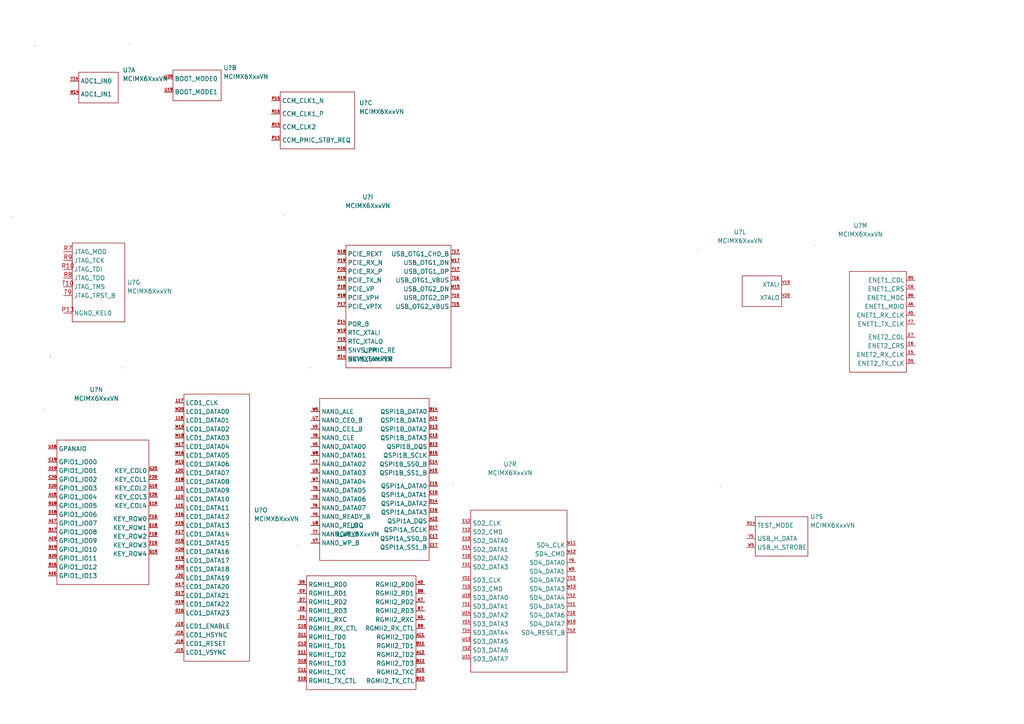
<source format=kicad_sch>
(kicad_sch (version 20211123) (generator eeschema)
  (paper "A4")
  (lib_symbols
    (symbol "zbop:MCIMX6XxxVN"
      (property "Reference" "U" (at 0 0 0))
      (property "Value" "MCIMX6XxxVN" (at 0 0 0))
      (symbol "MCIMX6XxxVN_0_1"
        (rectangle (start -17.78 6.35) (end -17.78 6.35))
        (arc (start -17.78 6.35) (mid -17.78 6.35) (end -17.78 6.35))
        (polyline (pts (xy -17.78 6.35) (xy -17.78 6.35)))
        (polyline (pts (xy -17.78 6.35) (xy -17.78 6.35)))
      )
      (symbol "MCIMX6XxxVN_1_1"
        (rectangle (start -5.08 -10.16) (end 6.35 -1.27))
        (pin input line (at -7.62 -7.62 0) (length 2.54) (name "ADC1_IN1") (number "W14"))
        (pin input line (at -7.62 -3.81 0) (length 2.54) (name "ADC1_IN0") (number "Y14"))
      )
      (symbol "MCIMX6XxxVN_2_1"
        (rectangle (start -5.08 -10.16) (end 8.89 -1.27))
        (pin input line (at -7.62 -7.62 0) (length 2.54) (name "BOOT_MODE1") (number "U19"))
        (pin input line (at -7.62 -3.81 0) (length 2.54) (name "BOOT_MODE0") (number "U20"))
      )
      (symbol "MCIMX6XxxVN_3_1"
        (rectangle (start -5.08 -17.78) (end 16.51 -1.27))
        (pin input line (at -7.62 -15.24 0) (length 2.54) (name "CCM_PMIC_STBY_REQ") (number "P15"))
        (pin input line (at -7.62 -3.81 0) (length 2.54) (name "CCM_CLK1_N") (number "P16"))
        (pin input line (at -7.62 -11.43 0) (length 2.54) (name "CCM_CLK2") (number "R15"))
        (pin input line (at -7.62 -7.62 0) (length 2.54) (name "CCM_CLK1_P") (number "R16"))
      )
      (symbol "MCIMX6XxxVN_4_1"
        (rectangle (start -5.08 -8.89) (end -5.08 -8.89))
        (rectangle (start -5.08 -8.89) (end -5.08 -8.89))
        (rectangle (start -5.08 -8.89) (end -5.08 -8.89))
        (rectangle (start 0 -1.27) (end 19.05 -41.91))
        (pin input line (at -2.54 -21.59 0) (length 2.54) (name "DRAM_ADDR07") (number "F4"))
        (pin input line (at -2.54 -16.51 0) (length 2.54) (name "DRAM_ADDR05") (number "G4"))
        (pin input line (at -2.54 -11.43 0) (length 2.54) (name "DRAM_ADDR03") (number "G5"))
        (pin input line (at -2.54 -8.89 0) (length 2.54) (name "DRAM_ADDR02") (number "K5"))
        (pin input line (at -2.54 -3.81 0) (length 2.54) (name "DRAM_ADDR00") (number "L4"))
        (pin input line (at -2.54 -26.67 0) (length 2.54) (name "DRAM_ADDR09") (number "L5"))
        (pin input line (at -2.54 -13.97 0) (length 2.54) (name "DRAM_ADDR04") (number "M3"))
        (pin input line (at -2.54 -36.83 0) (length 2.54) (name "DRAM_ADDR13") (number "M4"))
        (pin input line (at -2.54 -24.13 0) (length 2.54) (name "DRAM_ADDR08") (number "M5"))
        (pin input line (at -2.54 -31.75 0) (length 2.54) (name "DRAM_ADDR11") (number "N4"))
        (pin input line (at -2.54 -29.21 0) (length 2.54) (name "DRAM_ADDR10") (number "N5"))
        (pin input line (at -2.54 -34.29 0) (length 2.54) (name "DRAM_ADDR12") (number "P4"))
        (pin input line (at -2.54 -39.37 0) (length 2.54) (name "DRAM_ADDR14") (number "R4"))
        (pin input line (at -2.54 -19.05 0) (length 2.54) (name "DRAM_ADDR06") (number "T4"))
        (pin input line (at -2.54 -6.35 0) (length 2.54) (name "DRAM_ADDR01") (number "U4"))
      )
      (symbol "MCIMX6XxxVN_5_1"
        (rectangle (start 0 -2.54) (end 34.29 -46.99))
        (pin input line (at 36.83 -26.67 180) (length 2.54) (name "DRAM_DATA24") (number "A2"))
        (pin input line (at 36.83 -44.45 180) (length 2.54) (name "DRAM_DATA31") (number "A4"))
        (pin input line (at 36.83 -39.37 180) (length 2.54) (name "DRAM_DATA29") (number "B3"))
        (pin input line (at 36.83 -41.91 180) (length 2.54) (name "DRAM_DATA30") (number "B4"))
        (pin input line (at 36.83 -31.75 180) (length 2.54) (name "DRAM_DATA26") (number "C1"))
        (pin input line (at 36.83 -36.83 180) (length 2.54) (name "DRAM_DATA28") (number "C2"))
        (pin input line (at 36.83 -29.21 180) (length 2.54) (name "DRAM_DATA25") (number "D1"))
        (pin input line (at 36.83 -34.29 180) (length 2.54) (name "DRAM_DATA27") (number "D2"))
        (pin input line (at -2.54 -44.45 0) (length 2.54) (name "DRAM_DATA15") (number "E1"))
        (pin input line (at -2.54 -41.91 0) (length 2.54) (name "DRAM_DATA14") (number "E2"))
        (pin input line (at -2.54 -39.37 0) (length 2.54) (name "DRAM_DATA13") (number "F1"))
        (pin input line (at -2.54 -29.21 0) (length 2.54) (name "DRAM_DATA09") (number "F2"))
        (pin input line (at -2.54 -26.67 0) (length 2.54) (name "DRAM_DATA08") (number "H1"))
        (pin input line (at -2.54 -36.83 0) (length 2.54) (name "DRAM_DATA12") (number "J1"))
        (pin input line (at -2.54 -34.29 0) (length 2.54) (name "DRAM_DATA11") (number "J2"))
        (pin input line (at -2.54 -31.75 0) (length 2.54) (name "DRAM_DATA10") (number "K2"))
        (pin input line (at -2.54 -20.32 0) (length 2.54) (name "DRAM_DATA06") (number "L2"))
        (pin input line (at -2.54 -15.24 0) (length 2.54) (name "DRAM_DATA04") (number "M1"))
        (pin input line (at -2.54 -17.78 0) (length 2.54) (name "DRAM_DATA05") (number "M2"))
        (pin input line (at -2.54 -22.86 0) (length 2.54) (name "DRAM_DATA07") (number "N1"))
        (pin input line (at -2.54 -5.08 0) (length 2.54) (name "DRAM_DATA00") (number "R1"))
        (pin input line (at -2.54 -12.7 0) (length 2.54) (name "DRAM_DATA03") (number "R2"))
        (pin input line (at -2.54 -10.16 0) (length 2.54) (name "DRAM_DATA02") (number "T1"))
        (pin input line (at -2.54 -7.62 0) (length 2.54) (name "DRAM_DATA01") (number "T2"))
        (pin input line (at 36.83 -20.32 180) (length 2.54) (name "DRAM_DATA22") (number "U1"))
        (pin input line (at 36.83 -12.7 180) (length 2.54) (name "DRAM_DATA19") (number "U2"))
        (pin input line (at 36.83 -5.08 180) (length 2.54) (name "DRAM_DATA16") (number "V1"))
        (pin input line (at 36.83 -22.86 180) (length 2.54) (name "DRAM_DATA23") (number "V2"))
        (pin input line (at 36.83 -15.24 180) (length 2.54) (name "DRAM_DATA20") (number "W3"))
        (pin input line (at 36.83 -7.62 180) (length 2.54) (name "DRAM_DATA17") (number "W4"))
        (pin input line (at 36.83 -17.78 180) (length 2.54) (name "DRAM_DATA21") (number "Y2"))
        (pin input line (at 36.83 -10.16 180) (length 2.54) (name "DRAM_DATA18") (number "Y4"))
      )
      (symbol "MCIMX6XxxVN_6_1"
        (rectangle (start 0 -2.54) (end 38.1 -52.07))
        (polyline (pts (xy 39.37 -54.61) (xy 39.37 -54.61)))
        (pin input line (at -2.54 -21.59 0) (length 2.54) (name "DRAM_DQM3") (number "A3"))
        (pin input line (at 40.64 -33.02 180) (length 2.54) (name "DRAM_SDQS3_P") (number "B1"))
        (pin input line (at 40.64 -30.48 180) (length 2.54) (name "DRAM_SDQS3_N") (number "B2"))
        (pin input line (at 40.64 -46.99 180) (length 2.54) (name "DRAM_ZQPAD") (number "C5"))
        (pin input line (at -2.54 -10.16 0) (length 2.54) (name "DRAM_CS1_B") (number "D3"))
        (pin input line (at -2.54 -33.02 0) (length 2.54) (name "DRAM_RESET") (number "D4"))
        (pin input line (at -2.54 -48.26 0) (length 2.54) (name "DRAM_SDCKE1") (number "E4"))
        (pin input line (at 40.64 -20.32 180) (length 2.54) (name "DRAM_SDQS1_P") (number "G1"))
        (pin input line (at -2.54 -16.51 0) (length 2.54) (name "DRAM_DQM1") (number "G2"))
        (pin input line (at -2.54 -36.83 0) (length 2.54) (name "DRAM_SDBA0") (number "G3"))
        (pin input line (at 40.64 -17.78 180) (length 2.54) (name "DRAM_SDQS1_N") (number "H2"))
        (pin input line (at -2.54 -7.62 0) (length 2.54) (name "DRAM_CS0_B") (number "H4"))
        (pin input line (at -2.54 -29.21 0) (length 2.54) (name "DRAM_RAS_B") (number "H5"))
        (pin input line (at 40.64 -43.18 180) (length 2.54) (name "DRAM_VREF") (number "J3"))
        (pin input line (at -2.54 -5.08 0) (length 2.54) (name "DRAM_CAS_B") (number "J4"))
        (pin input line (at 40.64 -39.37 180) (length 2.54) (name "DRAM_SDWE_B") (number "J5"))
        (pin input line (at 40.64 -7.62 180) (length 2.54) (name "DRAM_SDCLK0_P") (number "K1"))
        (pin input line (at -2.54 -41.91 0) (length 2.54) (name "DRAM_SDBA2") (number "K4"))
        (pin input line (at 40.64 -5.08 180) (length 2.54) (name "DRAM_SDCLK0_N") (number "L1"))
        (pin input line (at -2.54 -13.97 0) (length 2.54) (name "DRAM_DQM0") (number "N2"))
        (pin input line (at 40.64 -13.97 180) (length 2.54) (name "DRAM_SDQS0_P") (number "P1"))
        (pin input line (at 40.64 -11.43 180) (length 2.54) (name "DRAM_SDQS0_N") (number "P2"))
        (pin input line (at -2.54 -39.37 0) (length 2.54) (name "DRAM_SDBA1") (number "P3"))
        (pin input line (at -2.54 -45.72 0) (length 2.54) (name "DRAM_SDCKE0") (number "P5"))
        (pin input line (at -2.54 -25.4 0) (length 2.54) (name "DRAM_ODT0") (number "U3"))
        (pin input line (at 40.64 -24.13 180) (length 2.54) (name "DRAM_SDQS2_N") (number "W1"))
        (pin input line (at 40.64 -26.67 180) (length 2.54) (name "DRAM_SDQS2_P") (number "W2"))
        (pin input line (at -2.54 -19.05 0) (length 2.54) (name "DRAM_DQM2") (number "Y3"))
      )
      (symbol "MCIMX6XxxVN_7_1"
        (rectangle (start -6.35 -34.29) (end -6.35 -34.29))
        (rectangle (start -6.35 -34.29) (end -6.35 -34.29))
        (rectangle (start -6.35 -34.29) (end -6.35 -34.29))
        (rectangle (start -6.35 -34.29) (end -6.35 -34.29))
        (rectangle (start 0 -1.27) (end 15.24 -24.13))
        (pin input line (at -2.54 -21.59 0) (length 2.54) (name "NGND_KEL0") (number "P13"))
        (pin input line (at -2.54 -8.89 0) (length 2.54) (name "JTAG_TDI") (number "R10"))
        (pin input line (at -2.54 -3.81 0) (length 2.54) (name "JTAG_MOD") (number "R7"))
        (pin input line (at -2.54 -11.43 0) (length 2.54) (name "JTAG_TDO") (number "R8"))
        (pin input line (at -2.54 -6.35 0) (length 2.54) (name "JTAG_TCK") (number "R9"))
        (pin input line (at -2.54 -13.97 0) (length 2.54) (name "JTAG_TMS") (number "T10"))
        (pin input line (at -2.54 -16.51 0) (length 2.54) (name "JTAG_TRST_B") (number "T9"))
      )
      (symbol "MCIMX6XxxVN_8_1"
        (rectangle (start -2.54 -55.88) (end -2.54 -55.88))
        (rectangle (start 0 -1.27) (end 31.75 -41.91))
        (pin input line (at 34.29 -34.29 180) (length 2.54) (name "NVCC_SD2") (number "F13"))
        (pin input line (at 34.29 -26.67 180) (length 2.54) (name "NVCC_QSPI") (number "F14"))
        (pin input line (at 34.29 -6.35 180) (length 2.54) (name "NVCC_GPIO") (number "F15"))
        (pin input line (at 34.29 -3.81 180) (length 2.54) (name "NVCC_ENET") (number "F6"))
        (pin input line (at 34.29 -29.21 180) (length 2.54) (name "NVCC_RGMII1") (number "F8"))
        (pin input line (at 34.29 -31.75 180) (length 2.54) (name "NVCC_RGMII2") (number "F9"))
        (pin input line (at 34.29 -13.97 180) (length 2.54) (name "NVCC_KEY") (number "G15"))
        (pin input line (at -2.54 -3.81 0) (length 2.54) (name "NVCC_DRAM0") (number "G6"))
        (pin input line (at 34.29 -16.51 180) (length 2.54) (name "NVCC_LCD1") (number "H15"))
        (pin input line (at -2.54 -6.35 0) (length 2.54) (name "NVCC_DRAM1") (number "H6"))
        (pin input line (at -2.54 -8.89 0) (length 2.54) (name "NVCC_DRAM2") (number "J6"))
        (pin input line (at -2.54 -11.43 0) (length 2.54) (name "NVCC_DRAM3") (number "K6"))
        (pin input line (at -2.54 -24.13 0) (length 2.54) (name "NVCC_DRAM_2P5") (number "K7"))
        (pin input line (at -2.54 -13.97 0) (length 2.54) (name "NVCC_DRAM4") (number "L6"))
        (pin input line (at -2.54 -16.51 0) (length 2.54) (name "NVCC_DRAM5") (number "M6"))
        (pin input line (at -2.54 -33.02 0) (length 2.54) (name "ONOFF") (number "N15"))
        (pin input line (at -2.54 -19.05 0) (length 2.54) (name "NVCC_DRAM6") (number "N6"))
        (pin input line (at -2.54 -21.59 0) (length 2.54) (name "NVCC_DRAM7") (number "P6"))
        (pin input line (at 34.29 -11.43 180) (length 2.54) (name "NVCC_JTAG") (number "R11"))
        (pin input line (at 34.29 -8.89 180) (length 2.54) (name "NVCC_HIGH") (number "R12"))
        (pin input line (at 34.29 -21.59 180) (length 2.54) (name "NVCC_NAND") (number "R6"))
        (pin input line (at 34.29 -36.83 180) (length 2.54) (name "NVCC_SD4") (number "V10"))
        (pin input line (at 34.29 -19.05 180) (length 2.54) (name "NVCC_LOW") (number "V13"))
        (pin input line (at 34.29 -39.37 180) (length 2.54) (name "NVCC_USB_H") (number "V5"))
        (pin input line (at 34.29 -24.13 180) (length 2.54) (name "NVCC_PLL") (number "W20"))
      )
      (symbol "MCIMX6XxxVN_9_1"
        (rectangle (start 0 -13.97) (end 0 -13.97))
        (rectangle (start 0 -2.54) (end 30.48 -38.1))
        (pin input line (at -2.54 -33.02 0) (length 2.54) (name "SNVS_PMIC_RE") (number "N16"))
        (pin input line (at -2.54 -5.08 0) (length 2.54) (name "PCIE_REXT") (number "N18"))
        (pin input line (at -2.54 -25.4 0) (length 2.54) (name "POR_B") (number "P14"))
        (pin input line (at -2.54 -20.32 0) (length 2.54) (name "PCIE_VPTX") (number "P17"))
        (pin input line (at -2.54 -15.24 0) (length 2.54) (name "PCIE_VP") (number "P18"))
        (pin input line (at -2.54 -7.62 0) (length 2.54) (name "PCIE_RX_N") (number "P19"))
        (pin input line (at -2.54 -10.16 0) (length 2.54) (name "PCIE_RX_P") (number "P20"))
        (pin input line (at -2.54 -35.56 0) (length 2.54) (name "SNVS_TAMPER") (number "R14"))
        (pin input line (at -2.54 -17.78 0) (length 2.54) (name "PCIE_VPH") (number "R18"))
        (pin input line (at -2.54 -12.7 0) (length 2.54) (name "PCIE_TX_N") (number "R19"))
        (pin input line (at 33.02 -20.32 180) (length 2.54) (name "USB_OTG2_VBUS") (number "T15"))
        (pin input line (at 33.02 -12.7 180) (length 2.54) (name "USB_OTG1_VBUS") (number "T16"))
        (pin input line (at 33.02 -5.08 180) (length 2.54) (name "USB_OTG1_CHD_B") (number "T17"))
        (pin input line (at 33.02 -15.24 180) (length 2.54) (name "USB_OTG2_DN") (number "W15"))
        (pin input line (at 33.02 -7.62 180) (length 2.54) (name "USB_OTG1_DN") (number "W17"))
        (pin input line (at -2.54 -27.94 0) (length 2.54) (name "RTC_XTALI") (number "W19"))
        (pin input line (at 33.02 -17.78 180) (length 2.54) (name "USB_OTG2_DP") (number "Y15"))
        (pin input line (at 33.02 -10.16 180) (length 2.54) (name "USB_OTG1_DP") (number "Y17"))
        (pin input line (at -2.54 -30.48 0) (length 2.54) (name "RTC_XTALO") (number "Y19"))
      )
      (symbol "MCIMX6XxxVN_10_1"
        (polyline (pts (xy -1.27 -121.92) (xy -1.27 -121.92)))
        (polyline (pts (xy -1.27 -121.92) (xy -1.27 -121.92)))
        (rectangle (start 2.54 -1.27) (end 38.1 -66.04))
        (pin input line (at 0 -6.35 0) (length 2.54) (name "VDD_ARM_CAP0") (number "C16"))
        (pin input line (at 40.64 -38.1 180) (length 2.54) (name "VDD_SOC_IN0") (number "C7"))
        (pin input line (at 40.64 -40.64 180) (length 2.54) (name "VDD_SOC_IN1") (number "C8"))
        (pin input line (at 0 -8.89 0) (length 2.54) (name "VDD_ARM_CAP1") (number "D16"))
        (pin input line (at 0 -11.43 0) (length 2.54) (name "VDD_ARM_CAP2") (number "H10"))
        (pin input line (at 0 -13.97 0) (length 2.54) (name "VDD_ARM_CAP3") (number "H11"))
        (pin input line (at 0 -16.51 0) (length 2.54) (name "VDD_ARM_CAP4") (number "H12"))
        (pin input line (at 0 -19.05 0) (length 2.54) (name "VDD_ARM_CAP5") (number "H13"))
        (pin input line (at 0 -30.48 0) (length 2.54) (name "VDD_ARM_IN0") (number "H18"))
        (pin input line (at 40.64 -3.81 180) (length 2.54) (name "VDD_SOC_CAP0") (number "H8"))
        (pin input line (at 40.64 -6.35 180) (length 2.54) (name "VDD_SOC_CAP1") (number "H9"))
        (pin input line (at 0 -33.02 0) (length 2.54) (name "VDD_ARM_IN1") (number "J10"))
        (pin input line (at 0 -35.56 0) (length 2.54) (name "VDD_ARM_IN2") (number "J11"))
        (pin input line (at 0 -38.1 0) (length 2.54) (name "VDD_ARM_IN3") (number "J12"))
        (pin input line (at 0 -21.59 0) (length 2.54) (name "VDD_ARM_CAP6") (number "J13"))
        (pin input line (at 40.64 -8.89 180) (length 2.54) (name "VDD_SOC_CAP2") (number "J8"))
        (pin input line (at 40.64 -43.18 180) (length 2.54) (name "VDD_SOC_IN2") (number "J9"))
        (pin input line (at 0 -40.64 0) (length 2.54) (name "VDD_ARM_IN4") (number "K12"))
        (pin input line (at 0 -24.13 0) (length 2.54) (name "VDD_ARM_CAP7") (number "K13"))
        (pin input line (at 40.64 -11.43 180) (length 2.54) (name "VDD_SOC_CAP3") (number "K8"))
        (pin input line (at 40.64 -45.72 180) (length 2.54) (name "VDD_SOC_IN3") (number "K9"))
        (pin input line (at 0 -43.18 0) (length 2.54) (name "VDD_ARM_IN5") (number "L12"))
        (pin input line (at 0 -26.67 0) (length 2.54) (name "VDD_ARM_CAP8") (number "L13"))
        (pin input line (at 40.64 -13.97 180) (length 2.54) (name "VDD_SOC_CAP4") (number "L8"))
        (pin input line (at 40.64 -48.26 180) (length 2.54) (name "VDD_SOC_IN4") (number "L9"))
        (pin input line (at 40.64 -53.34 180) (length 2.54) (name "VDD_SOC_IN6") (number "M10"))
        (pin input line (at 40.64 -55.88 180) (length 2.54) (name "VDD_SOC_IN7") (number "M11"))
        (pin input line (at 40.64 -58.42 180) (length 2.54) (name "VDD_SOC_IN8") (number "M12"))
        (pin input line (at 40.64 -19.05 180) (length 2.54) (name "VDD_SOC_CAP6") (number "M13"))
        (pin input line (at 40.64 -16.51 180) (length 2.54) (name "VDD_SOC_CAP5") (number "M8"))
        (pin input line (at 40.64 -50.8 180) (length 2.54) (name "VDD_SOC_IN5") (number "M9"))
        (pin input line (at 40.64 -26.67 180) (length 2.54) (name "VDD_SOC_CAP9") (number "N10"))
        (pin input line (at 40.64 -29.21 180) (length 2.54) (name "VDD_SOC_CAP10") (number "N11"))
        (pin input line (at 40.64 -31.75 180) (length 2.54) (name "VDD_SOC_CAP11") (number "N12"))
        (pin input line (at 40.64 -21.59 180) (length 2.54) (name "VDD_SOC_CAP7") (number "N8"))
        (pin input line (at 40.64 -24.13 180) (length 2.54) (name "VDD_SOC_CAP8") (number "N9"))
        (pin input line (at 0 -3.81 0) (length 2.54) (name "VDDA_ADC_3P3") (number "R13"))
        (pin input line (at 0 -63.5 0) (length 2.54) (name "VDD_SNVS_IN") (number "T18"))
        (pin input line (at 0 -53.34 0) (length 2.54) (name "VDD_HIGH_IN0") (number "U17"))
        (pin input line (at 0 -55.88 0) (length 2.54) (name "VDD_HIGH_IN1") (number "U18"))
        (pin input line (at 40.64 -62.23 180) (length 2.54) (name "VDD_USB_CAP") (number "V15"))
        (pin input line (at 0 -60.96 0) (length 2.54) (name "VDD_SNVS_CAP") (number "V16"))
        (pin input line (at 0 -46.99 0) (length 2.54) (name "VDD_HIGH_CAP0") (number "V17"))
        (pin input line (at 0 -49.53 0) (length 2.54) (name "VDD_HIGH_CAP1") (number "V18"))
        (pin input line (at 40.64 -34.29 180) (length 2.54) (name "VDD_SOC_CAP12") (number "V8"))
      )
      (symbol "MCIMX6XxxVN_11_1"
        (rectangle (start 19.05 0) (end 2.54 -88.9))
        (pin input line (at 0 -2.54 0) (length 2.54) (name "VSS0") (number "A1"))
        (pin input line (at 0 -5.08 0) (length 2.54) (name "VSS1") (number "A20"))
        (pin input line (at 0 -12.7 0) (length 2.54) (name "VSS4") (number "C18"))
        (pin input line (at 0 -7.62 0) (length 2.54) (name "VSS2") (number "C3"))
        (pin input line (at 0 -10.16 0) (length 2.54) (name "VSS3") (number "C4"))
        (pin input line (at 0 -20.32 0) (length 2.54) (name "VSS7") (number "D12"))
        (pin input line (at 0 -22.86 0) (length 2.54) (name "VSS8") (number "D15"))
        (pin input line (at 0 -15.24 0) (length 2.54) (name "VSS5") (number "D6"))
        (pin input line (at 0 -17.78 0) (length 2.54) (name "VSS6") (number "D9"))
        (pin input line (at 0 -25.4 0) (length 2.54) (name "VSS9") (number "E3"))
        (pin input line (at 0 -33.02 0) (length 2.54) (name "VSS12") (number "F17"))
        (pin input line (at 0 -27.94 0) (length 2.54) (name "VSS10") (number "F3"))
        (pin input line (at 0 -30.48 0) (length 2.54) (name "VSS11") (number "F5"))
        (pin input line (at 0 -43.18 0) (length 2.54) (name "VSS16") (number "G10"))
        (pin input line (at 0 -45.72 0) (length 2.54) (name "VSS17") (number "G11"))
        (pin input line (at 0 -48.26 0) (length 2.54) (name "VSS18") (number "G12"))
        (pin input line (at 0 -50.8 0) (length 2.54) (name "VSS19") (number "G13"))
        (pin input line (at 0 -53.34 0) (length 2.54) (name "VSS20") (number "G14"))
        (pin input line (at 0 -35.56 0) (length 2.54) (name "VSS13") (number "G7"))
        (pin input line (at 0 -38.1 0) (length 2.54) (name "VSS14") (number "G8"))
        (pin input line (at 0 -40.64 0) (length 2.54) (name "VSS15") (number "G9"))
        (pin input line (at 0 -60.96 0) (length 2.54) (name "VSS23") (number "H14"))
        (pin input line (at 0 -55.88 0) (length 2.54) (name "VSS21") (number "H3"))
        (pin input line (at 0 -58.42 0) (length 2.54) (name "VSS22") (number "H7"))
        (pin input line (at 0 -66.04 0) (length 2.54) (name "VSS25") (number "J14"))
        (pin input line (at 0 -68.58 0) (length 2.54) (name "VSS26") (number "J17"))
        (pin input line (at 0 -63.5 0) (length 2.54) (name "VSS24") (number "J7"))
        (pin input line (at 0 -73.66 0) (length 2.54) (name "VSS28") (number "K10"))
        (pin input line (at 0 -76.2 0) (length 2.54) (name "VSS29") (number "K11"))
        (pin input line (at 0 -78.74 0) (length 2.54) (name "VSS30") (number "K14"))
        (pin input line (at 0 -71.12 0) (length 2.54) (name "VSS27") (number "K3"))
        (pin input line (at 0 -86.36 0) (length 2.54) (name "VSS33") (number "L10"))
        (pin input line (at 21.59 -2.54 180) (length 2.54) (name "VSS34") (number "L11"))
        (pin input line (at 21.59 -5.08 180) (length 2.54) (name "VSS35") (number "L14"))
        (pin input line (at 0 -81.28 0) (length 2.54) (name "VSS31") (number "L3"))
        (pin input line (at 0 -83.82 0) (length 2.54) (name "VSS32") (number "L7"))
        (pin input line (at 21.59 -10.16 180) (length 2.54) (name "VSS37") (number "M14"))
        (pin input line (at 21.59 -12.7 180) (length 2.54) (name "VSS38") (number "M17"))
        (pin input line (at 21.59 -7.62 180) (length 2.54) (name "VSS36") (number "M7"))
        (pin input line (at 21.59 -20.32 180) (length 2.54) (name "VSS41") (number "N13"))
        (pin input line (at 21.59 -45.72 180) (length 2.54) (name "VSS51") (number "N19"))
        (pin input line (at 21.59 -48.26 180) (length 2.54) (name "VSS52") (number "N20"))
        (pin input line (at 21.59 -15.24 180) (length 2.54) (name "VSS39") (number "N3"))
        (pin input line (at 21.59 -17.78 180) (length 2.54) (name "VSS40") (number "N7"))
        (pin input line (at 21.59 -30.48 180) (length 2.54) (name "VSS45") (number "P10"))
        (pin input line (at 21.59 -33.02 180) (length 2.54) (name "VSS46") (number "P11"))
        (pin input line (at 21.59 -35.56 180) (length 2.54) (name "VSS47") (number "P12"))
        (pin input line (at 21.59 -22.86 180) (length 2.54) (name "VSS42") (number "P7"))
        (pin input line (at 21.59 -25.4 180) (length 2.54) (name "VSS43") (number "P8"))
        (pin input line (at 21.59 -27.94 180) (length 2.54) (name "VSS44") (number "P9"))
        (pin input line (at 21.59 -43.18 180) (length 2.54) (name "VSS50") (number "R17"))
        (pin input line (at 21.59 -38.1 180) (length 2.54) (name "VSS48") (number "R3"))
        (pin input line (at 21.59 -40.64 180) (length 2.54) (name "VSS49") (number "R5"))
        (pin input line (at 21.59 -63.5 180) (length 2.54) (name "VSS58") (number "T19"))
        (pin input line (at 21.59 -66.04 180) (length 2.54) (name "VSS59") (number "T20"))
        (pin input line (at 21.59 -50.8 180) (length 2.54) (name "VSS53") (number "T3"))
        (pin input line (at 21.59 -58.42 180) (length 2.54) (name "VSS56") (number "U12"))
        (pin input line (at 21.59 -60.96 180) (length 2.54) (name "VSS57") (number "U15"))
        (pin input line (at 21.59 -53.34 180) (length 2.54) (name "VSS54") (number "U6"))
        (pin input line (at 21.59 -55.88 180) (length 2.54) (name "VSS55") (number "U9"))
        (pin input line (at 21.59 -68.58 180) (length 2.54) (name "VSS60") (number "V3"))
        (pin input line (at 21.59 -71.12 180) (length 2.54) (name "VSS61") (number "V4"))
        (pin input line (at 21.59 -83.82 180) (length 2.54) (name "VSS66") (number "W16"))
        (pin input line (at 21.59 -73.66 180) (length 2.54) (name "VSS62") (number "W18"))
        (pin input line (at 21.59 -76.2 180) (length 2.54) (name "VSS63") (number "Y1"))
        (pin input line (at 21.59 -86.36 180) (length 2.54) (name "VSS67") (number "Y16"))
        (pin input line (at 21.59 -78.74 180) (length 2.54) (name "VSS64") (number "Y18"))
        (pin input line (at 21.59 -81.28 180) (length 2.54) (name "VSS65") (number "Y20"))
      )
      (symbol "MCIMX6XxxVN_12_1"
        (rectangle (start -5.08 -1.27) (end 6.35 -10.16))
        (pin input line (at 8.89 -3.81 180) (length 2.54) (name "XTALI") (number "V19"))
        (pin input line (at 8.89 -7.62 180) (length 2.54) (name "XTALO") (number "V20"))
      )
      (symbol "MCIMX6XxxVN_13_1"
        (rectangle (start -7.62 -30.48) (end 8.89 -1.27))
        (pin input line (at 11.43 -13.97 180) (length 2.54) (name "ENET1_RX_CLK") (number "A5"))
        (pin input line (at 11.43 -11.43 180) (length 2.54) (name "ENET1_MDIO") (number "A6"))
        (pin input line (at 11.43 -3.81 180) (length 2.54) (name "ENET1_COL") (number "B5"))
        (pin input line (at 11.43 -8.89 180) (length 2.54) (name "ENET1_MDC") (number "B6"))
        (pin input line (at 11.43 -6.35 180) (length 2.54) (name "ENET1_CRS") (number "C6"))
        (pin input line (at 11.43 -27.94 180) (length 2.54) (name "ENET2_TX_CLK") (number "D5"))
        (pin input line (at 11.43 -25.4 180) (length 2.54) (name "ENET2_RX_CLK") (number "E5"))
        (pin input line (at 11.43 -22.86 180) (length 2.54) (name "ENET2_CRS") (number "E6"))
        (pin input line (at 11.43 -20.32 180) (length 2.54) (name "ENET2_COL") (number "E7"))
        (pin input line (at 11.43 -16.51 180) (length 2.54) (name "ENET1_TX_CLK") (number "F7"))
      )
      (symbol "MCIMX6XxxVN_14_1"
        (rectangle (start -13.97 -2.54) (end 12.7 -44.45))
        (pin input line (at -16.51 -41.91 0) (length 2.54) (name "GPIO1_IO13") (number "A16"))
        (pin input line (at -16.51 -26.67 0) (length 2.54) (name "GPIO1_IO07") (number "A17"))
        (pin input line (at -16.51 -19.05 0) (length 2.54) (name "GPIO1_IO04") (number "A18"))
        (pin input line (at -16.51 -31.75 0) (length 2.54) (name "GPIO1_IO09") (number "A19"))
        (pin input line (at -16.51 -39.37 0) (length 2.54) (name "GPIO1_IO12") (number "B16"))
        (pin input line (at -16.51 -29.21 0) (length 2.54) (name "GPIO1_IO08") (number "B17"))
        (pin input line (at -16.51 -21.59 0) (length 2.54) (name "GPIO1_IO05") (number "B18"))
        (pin input line (at -16.51 -34.29 0) (length 2.54) (name "GPIO1_IO10") (number "B19"))
        (pin input line (at -16.51 -36.83 0) (length 2.54) (name "GPIO1_IO11") (number "B20"))
        (pin input line (at -16.51 -8.89 0) (length 2.54) (name "GPIO1_IO00") (number "C19"))
        (pin input line (at -16.51 -13.97 0) (length 2.54) (name "GPIO1_IO02") (number "C20"))
        (pin input line (at -16.51 -24.13 0) (length 2.54) (name "GPIO1_IO06") (number "D18"))
        (pin input line (at -16.51 -11.43 0) (length 2.54) (name "GPIO1_IO01") (number "D19"))
        (pin input line (at -16.51 -16.51 0) (length 2.54) (name "GPIO1_IO03") (number "D20"))
        (pin input line (at 15.24 -27.94 180) (length 2.54) (name "KEY_ROW1") (number "E18"))
        (pin input line (at 15.24 -21.59 180) (length 2.54) (name "KEY_COL4") (number "E19"))
        (pin input line (at 15.24 -19.05 180) (length 2.54) (name "KEY_COL3") (number "E20"))
        (pin input line (at 15.24 -25.4 180) (length 2.54) (name "KEY_ROW0") (number "F16"))
        (pin input line (at 15.24 -30.48 180) (length 2.54) (name "KEY_ROW2") (number "F18"))
        (pin input line (at 15.24 -33.02 180) (length 2.54) (name "KEY_ROW3") (number "F19"))
        (pin input line (at 15.24 -13.97 180) (length 2.54) (name "KEY_COL1") (number "F20"))
        (pin input line (at 15.24 -16.51 180) (length 2.54) (name "KEY_COL2") (number "G18"))
        (pin input line (at 15.24 -35.56 180) (length 2.54) (name "KEY_ROW4") (number "G19"))
        (pin input line (at 15.24 -11.43 180) (length 2.54) (name "KEY_COL0") (number "G20"))
        (pin input line (at -16.51 -5.08 0) (length 2.54) (name "GPANAIO") (number "U16"))
      )
      (symbol "MCIMX6XxxVN_15_1"
        (rectangle (start 19.05 -78.74) (end 0 -1.27))
        (pin input line (at -2.54 -64.77 0) (length 2.54) (name "LCD1_DATA23") (number "G16"))
        (pin input line (at -2.54 -59.69 0) (length 2.54) (name "LCD1_DATA21") (number "G17"))
        (pin input line (at -2.54 -44.45 0) (length 2.54) (name "LCD1_DATA15") (number "H16"))
        (pin input line (at -2.54 -57.15 0) (length 2.54) (name "LCD1_DATA20") (number "H17"))
        (pin input line (at -2.54 -62.23 0) (length 2.54) (name "LCD1_DATA22") (number "H19"))
        (pin input line (at -2.54 -46.99 0) (length 2.54) (name "LCD1_DATA16") (number "H20"))
        (pin input line (at -2.54 -76.2 0) (length 2.54) (name "LCD1_VSYNC") (number "J15"))
        (pin input line (at -2.54 -71.12 0) (length 2.54) (name "LCD1_HSYNC") (number "J16"))
        (pin input line (at -2.54 -73.66 0) (length 2.54) (name "LCD1_RESET") (number "J18"))
        (pin input line (at -2.54 -68.58 0) (length 2.54) (name "LCD1_ENABLE") (number "J19"))
        (pin input line (at -2.54 -54.61 0) (length 2.54) (name "LCD1_DATA19") (number "J20"))
        (pin input line (at -2.54 -39.37 0) (length 2.54) (name "LCD1_DATA13") (number "K15"))
        (pin input line (at -2.54 -36.83 0) (length 2.54) (name "LCD1_DATA12") (number "K16"))
        (pin input line (at -2.54 -41.91 0) (length 2.54) (name "LCD1_DATA14") (number "K17"))
        (pin input line (at -2.54 -26.67 0) (length 2.54) (name "LCD1_DATA08") (number "K18"))
        (pin input line (at -2.54 -49.53 0) (length 2.54) (name "LCD1_DATA17") (number "K19"))
        (pin input line (at -2.54 -52.07 0) (length 2.54) (name "LCD1_DATA18") (number "K20"))
        (pin input line (at -2.54 -34.29 0) (length 2.54) (name "LCD1_DATA11") (number "L15"))
        (pin input line (at -2.54 -29.21 0) (length 2.54) (name "LCD1_DATA09") (number "L16"))
        (pin input line (at -2.54 -3.81 0) (length 2.54) (name "LCD1_CLK") (number "L17"))
        (pin input line (at -2.54 -8.89 0) (length 2.54) (name "LCD1_DATA01") (number "L18"))
        (pin input line (at -2.54 -31.75 0) (length 2.54) (name "LCD1_DATA10") (number "L19"))
        (pin input line (at -2.54 -24.13 0) (length 2.54) (name "LCD1_DATA07") (number "L20"))
        (pin input line (at -2.54 -21.59 0) (length 2.54) (name "LCD1_DATA06") (number "M15"))
        (pin input line (at -2.54 -19.05 0) (length 2.54) (name "LCD1_DATA05") (number "M16"))
        (pin input line (at -2.54 -13.97 0) (length 2.54) (name "LCD1_DATA03") (number "M18"))
        (pin input line (at -2.54 -11.43 0) (length 2.54) (name "LCD1_DATA02") (number "M19"))
        (pin input line (at -2.54 -6.35 0) (length 2.54) (name "LCD1_DATA00") (number "M20"))
        (pin input line (at -2.54 -16.51 0) (length 2.54) (name "LCD1_DATA04") (number "N17"))
      )
      (symbol "MCIMX6XxxVN_16_1"
        (rectangle (start -15.24 -2.54) (end 16.51 -49.53))
        (pin input line (at 19.05 -38.1 180) (length 2.54) (name "QSPI1A_DQS") (number "A13"))
        (pin input line (at 19.05 -8.89 180) (length 2.54) (name "QSPI1B_DATA1") (number "A14"))
        (pin input line (at 19.05 -24.13 180) (length 2.54) (name "QSPI1B_SS1_B") (number "A15"))
        (pin input line (at 19.05 -16.51 180) (length 2.54) (name "QSPI1B_DQS") (number "B13"))
        (pin input line (at 19.05 -6.35 180) (length 2.54) (name "QSPI1B_DATA0") (number "B14"))
        (pin input line (at 19.05 -19.05 180) (length 2.54) (name "QSPI1B_SCLK") (number "B15"))
        (pin input line (at 19.05 -13.97 180) (length 2.54) (name "QSPI1B_DATA3") (number "C13"))
        (pin input line (at 19.05 -21.59 180) (length 2.54) (name "QSPI1B_SS0_B") (number "C14"))
        (pin input line (at 19.05 -30.48 180) (length 2.54) (name "QSPI1A_DATA1") (number "C15"))
        (pin input line (at 19.05 -43.18 180) (length 2.54) (name "QSPI1A_SS0_B") (number "C17"))
        (pin input line (at 19.05 -11.43 180) (length 2.54) (name "QSPI1B_DATA2") (number "D13"))
        (pin input line (at 19.05 -33.02 180) (length 2.54) (name "QSPI1A_DATA2") (number "D14"))
        (pin input line (at 19.05 -40.64 180) (length 2.54) (name "QSPI1A_SCLK") (number "D17"))
        (pin input line (at 19.05 -27.94 180) (length 2.54) (name "QSPI1A_DATA0") (number "E15"))
        (pin input line (at 19.05 -35.56 180) (length 2.54) (name "QSPI1A_DATA3") (number "E16"))
        (pin input line (at 19.05 -45.72 180) (length 2.54) (name "QSPI1A_SS1_B") (number "E17"))
        (pin input line (at -17.78 -29.21 0) (length 2.54) (name "NAND_DATA05") (number "T5"))
        (pin input line (at -17.78 -34.29 0) (length 2.54) (name "NAND_DATA07") (number "T6"))
        (pin input line (at -17.78 -41.91 0) (length 2.54) (name "NAND_WE_B") (number "T7"))
        (pin input line (at -17.78 -13.97 0) (length 2.54) (name "NAND_CLE") (number "T8"))
        (pin input line (at -17.78 -24.13 0) (length 2.54) (name "NAND_DATA03") (number "U5"))
        (pin input line (at -17.78 -8.89 0) (length 2.54) (name "NAND_CE0_B") (number "U7"))
        (pin input line (at -17.78 -39.37 0) (length 2.54) (name "NAND_RE_B") (number "U8"))
        (pin input line (at -17.78 -16.51 0) (length 2.54) (name "NAND_DATA00") (number "V6"))
        (pin input line (at -17.78 -44.45 0) (length 2.54) (name "NAND_WP_B") (number "V7"))
        (pin input line (at -17.78 -11.43 0) (length 2.54) (name "NAND_CE1_B") (number "V9"))
        (pin input line (at -17.78 -6.35 0) (length 2.54) (name "NAND_ALE") (number "W6"))
        (pin input line (at -17.78 -26.67 0) (length 2.54) (name "NAND_DATA04") (number "W7"))
        (pin input line (at -17.78 -19.05 0) (length 2.54) (name "NAND_DATA01") (number "W8"))
        (pin input line (at -17.78 -36.83 0) (length 2.54) (name "NAND_READY_B") (number "Y6"))
        (pin input line (at -17.78 -21.59 0) (length 2.54) (name "NAND_DATA02") (number "Y7"))
        (pin input line (at -17.78 -31.75 0) (length 2.54) (name "NAND_DATA06") (number "Y8"))
      )
      (symbol "MCIMX6XxxVN_17_1"
        (rectangle (start 16.51 -35.56) (end -15.24 -2.54))
        (pin input line (at 19.05 -30.48 180) (length 2.54) (name "RGMII2_TXC") (number "A10"))
        (pin input line (at 19.05 -20.32 180) (length 2.54) (name "RGMII2_TD0") (number "A11"))
        (pin input line (at 19.05 -25.4 180) (length 2.54) (name "RGMII2_TD2") (number "A12"))
        (pin input line (at 19.05 -10.16 180) (length 2.54) (name "RGMII2_RD2") (number "A7"))
        (pin input line (at 19.05 -5.08 180) (length 2.54) (name "RGMII2_RD0") (number "A8"))
        (pin input line (at 19.05 -15.24 180) (length 2.54) (name "RGMII2_RXC") (number "A9"))
        (pin input line (at 19.05 -33.02 180) (length 2.54) (name "RGMII2_TX_CTL") (number "B10"))
        (pin input line (at 19.05 -22.86 180) (length 2.54) (name "RGMII2_TD1") (number "B11"))
        (pin input line (at 19.05 -27.94 180) (length 2.54) (name "RGMII2_TD3") (number "B12"))
        (pin input line (at 19.05 -12.7 180) (length 2.54) (name "RGMII2_RD3") (number "B7"))
        (pin input line (at 19.05 -7.62 180) (length 2.54) (name "RGMII2_RD1") (number "B8"))
        (pin input line (at 19.05 -17.78 180) (length 2.54) (name "RGMII2_RX_CTL") (number "B9"))
        (pin input line (at -17.78 -17.78 0) (length 2.54) (name "RGMII1_RX_CTL") (number "C10"))
        (pin input line (at -17.78 -30.48 0) (length 2.54) (name "RGMII1_TXC") (number "C11"))
        (pin input line (at -17.78 -22.86 0) (length 2.54) (name "RGMII1_TD1") (number "C12"))
        (pin input line (at -17.78 -7.62 0) (length 2.54) (name "RGMII1_RD1") (number "C9"))
        (pin input line (at -17.78 -27.94 0) (length 2.54) (name "RGMII1_TD3") (number "D10"))
        (pin input line (at -17.78 -20.32 0) (length 2.54) (name "RGMII1_TD0") (number "D11"))
        (pin input line (at -17.78 -10.16 0) (length 2.54) (name "RGMII1_RD2") (number "D7"))
        (pin input line (at -17.78 -5.08 0) (length 2.54) (name "RGMII1_RD0") (number "D8"))
        (pin input line (at -17.78 -33.02 0) (length 2.54) (name "RGMII1_TX_CTL") (number "E10"))
        (pin input line (at -17.78 -25.4 0) (length 2.54) (name "RGMII1_TD2") (number "E11"))
        (pin input line (at -17.78 -12.7 0) (length 2.54) (name "RGMII1_RD3") (number "E8"))
        (pin input line (at -17.78 -15.24 0) (length 2.54) (name "RGMII1_RXC") (number "E9"))
      )
      (symbol "MCIMX6XxxVN_18_1"
        (rectangle (start -12.7 -1.27) (end 15.24 -48.26))
        (pin input line (at -15.24 -5.08 0) (length 2.54) (name "SD2_CLK") (number "E12"))
        (pin input line (at -15.24 -10.16 0) (length 2.54) (name "SD2_DATA0") (number "E13"))
        (pin input line (at -15.24 -12.7 0) (length 2.54) (name "SD2_DATA1") (number "E14"))
        (pin input line (at -15.24 -15.24 0) (length 2.54) (name "SD2_DATA2") (number "F10"))
        (pin input line (at -15.24 -17.78 0) (length 2.54) (name "SD2_DATA3") (number "F11"))
        (pin input line (at -15.24 -7.62 0) (length 2.54) (name "SD2_CMD") (number "F12"))
        (pin input line (at -15.24 -29.21 0) (length 2.54) (name "SD3_DATA1") (number "T11"))
        (pin input line (at 17.78 -36.83 180) (length 2.54) (name "SD4_RESET_B") (number "T12"))
        (pin input line (at -15.24 -24.13 0) (length 2.54) (name "SD3_CMD") (number "T13"))
        (pin input line (at -15.24 -36.83 0) (length 2.54) (name "SD3_DATA4") (number "T14"))
        (pin input line (at -15.24 -26.67 0) (length 2.54) (name "SD3_DATA0") (number "U10"))
        (pin input line (at -15.24 -44.45 0) (length 2.54) (name "SD3_DATA7") (number "U11"))
        (pin input line (at -15.24 -39.37 0) (length 2.54) (name "SD3_DATA5") (number "U13"))
        (pin input line (at -15.24 -31.75 0) (length 2.54) (name "SD3_DATA2") (number "U14"))
        (pin input line (at -15.24 -21.59 0) (length 2.54) (name "SD3_CLK") (number "V11"))
        (pin input line (at -15.24 -41.91 0) (length 2.54) (name "SD3_DATA6") (number "V12"))
        (pin input line (at -15.24 -34.29 0) (length 2.54) (name "SD3_DATA3") (number "V14"))
        (pin input line (at 17.78 -34.29 180) (length 2.54) (name "SD4_DATA7") (number "W10"))
        (pin input line (at 17.78 -11.43 180) (length 2.54) (name "SD4_CLK") (number "W11"))
        (pin input line (at 17.78 -13.97 180) (length 2.54) (name "SD4_CMD") (number "W12"))
        (pin input line (at 17.78 -24.13 180) (length 2.54) (name "SD4_DATA3") (number "W13"))
        (pin input line (at 17.78 -19.05 180) (length 2.54) (name "SD4_DATA1") (number "W9"))
        (pin input line (at 17.78 -31.75 180) (length 2.54) (name "SD4_DATA6") (number "Y10"))
        (pin input line (at 17.78 -29.21 180) (length 2.54) (name "SD4_DATA5") (number "Y11"))
        (pin input line (at 17.78 -26.67 180) (length 2.54) (name "SD4_DATA4") (number "Y12"))
        (pin input line (at 17.78 -21.59 180) (length 2.54) (name "SD4_DATA2") (number "Y13"))
        (pin input line (at 17.78 -16.51 180) (length 2.54) (name "SD4_DATA0") (number "Y9"))
      )
      (symbol "MCIMX6XxxVN_19_1"
        (rectangle (start 7.62 -13.97) (end -7.62 -2.54))
        (pin input line (at -10.16 -5.08 0) (length 2.54) (name "TEST_MODE") (number "N14"))
        (pin input line (at -10.16 -11.43 0) (length 2.54) (name "USB_H_STROBE") (number "W5"))
        (pin input line (at -10.16 -8.89 0) (length 2.54) (name "USB_H_DATA") (number "Y5"))
      )
    )
  )
  (symbol (lib_id "zbop:MCIMX6XxxVN") (at 20.955 69.215 0) (unit 7)
    (property "Reference" "U?" (at 36.83 81.9149 0) (effects (justify left)))
    (property "Value" "MCIMX6XxxVN" (at 36.83 84.4549 0) (effects (justify left)))
    (property "Footprint" "zbop:LFBGA400" (effects hide))
    (property "Datasheet" "https://www.nxp.com/docs/en/data-sheet/IMX6SXCEC.pdf" (effects hide))
  )
  (symbol (lib_id "zbop:MCIMX6XxxVN") (at 226.695 147.32 0) (unit 19)
    (property "Reference" "U?" (at 234.95 149.8599 0) (effects (justify left)))
    (property "Value" "MCIMX6XxxVN" (at 234.95 152.3999 0) (effects (justify left)))
    (property "Footprint" "zbop:LFBGA400" (effects hide))
    (property "Datasheet" "https://www.nxp.com/docs/en/data-sheet/IMX6SXCEC.pdf" (effects hide))
  )
  (symbol (lib_id "zbop:MCIMX6XxxVN") (at 149.225 146.685 0) (unit 18)
    (property "Reference" "U?" (at 147.955 134.62 0))
    (property "Value" "MCIMX6XxxVN" (at 147.955 137.16 0))
    (property "Footprint" "zbop:LFBGA400" (effects hide))
    (property "Datasheet" "https://www.nxp.com/docs/en/data-sheet/IMX6SXCEC.pdf" (effects hide))
  )
  (symbol (lib_id "zbop:MCIMX6XxxVN") (at 30.48 125.095 0) (unit 14)
    (property "Reference" "U?" (at 27.94 113.03 0))
    (property "Value" "MCIMX6XxxVN" (at 27.94 115.57 0))
    (property "Footprint" "zbop:LFBGA400" (effects hide))
    (property "Datasheet" "https://www.nxp.com/docs/en/data-sheet/IMX6SXCEC.pdf" (effects hide))
  )
  (symbol (lib_id "zbop:MCIMX6XxxVN") (at 107.95 113.03 0) (unit 16)
    (property "Reference" "U?" (at 107.315 101.6 0))
    (property "Value" "MCIMX6XxxVN" (at 107.315 104.14 0))
    (property "Footprint" "zbop:LFBGA400" (effects hide))
    (property "Datasheet" "https://www.nxp.com/docs/en/data-sheet/IMX6SXCEC.pdf" (effects hide))
  )
  (symbol (lib_id "zbop:MCIMX6XxxVN") (at 100.33 68.58 0) (unit 9)
    (property "Reference" "U?" (at 106.68 57.15 0))
    (property "Value" "MCIMX6XxxVN" (at 106.68 59.69 0))
    (property "Footprint" "zbop:LFBGA400" (effects hide))
    (property "Datasheet" "https://www.nxp.com/docs/en/data-sheet/IMX6SXCEC.pdf" (effects hide))
  )
  (symbol (lib_id "zbop:MCIMX6XxxVN") (at 254 77.47 0) (unit 13)
    (property "Reference" "U?" (at 249.555 65.405 0))
    (property "Value" "MCIMX6XxxVN" (at 249.555 67.945 0))
    (property "Footprint" "zbop:LFBGA400" (effects hide))
    (property "Datasheet" "https://www.nxp.com/docs/en/data-sheet/IMX6SXCEC.pdf" (effects hide))
  )
  (symbol (lib_id "zbop:MCIMX6XxxVN") (at 55.245 19.05 0) (unit 2)
    (property "Reference" "U?" (at 64.77 19.6849 0) (effects (justify left)))
    (property "Value" "MCIMX6XxxVN" (at 64.77 22.2249 0) (effects (justify left)))
    (property "Footprint" "zbop:LFBGA400" (effects hide))
    (property "Datasheet" "https://www.nxp.com/docs/en/data-sheet/IMX6SXCEC.pdf" (effects hide))
  )
  (symbol (lib_id "zbop:MCIMX6XxxVN") (at 86.36 25.4 0) (unit 3)
    (property "Reference" "U?" (at 104.14 29.8449 0) (effects (justify left)))
    (property "Value" "MCIMX6XxxVN" (at 104.14 32.3849 0) (effects (justify left)))
    (property "Footprint" "zbop:LFBGA400" (effects hide))
    (property "Datasheet" "https://www.nxp.com/docs/en/data-sheet/IMX6SXCEC.pdf" (effects hide))
  )
  (symbol (lib_id "zbop:MCIMX6XxxVN") (at 220.345 78.74 0) (unit 12)
    (property "Reference" "U?" (at 214.63 67.31 0))
    (property "Value" "MCIMX6XxxVN" (at 214.63 69.85 0))
    (property "Footprint" "zbop:LFBGA400" (effects hide))
    (property "Datasheet" "https://www.nxp.com/docs/en/data-sheet/IMX6SXCEC.pdf" (effects hide))
  )
  (symbol (lib_id "zbop:MCIMX6XxxVN") (at 27.94 19.685 0) (unit 1)
    (property "Reference" "U?" (at 35.56 20.3199 0) (effects (justify left)))
    (property "Value" "MCIMX6XxxVN" (at 35.56 22.8599 0) (effects (justify left)))
    (property "Footprint" "zbop:LFBGA400" (effects hide))
    (property "Datasheet" "https://www.nxp.com/docs/en/data-sheet/IMX6SXCEC.pdf" (effects hide))
  )
  (symbol (lib_id "zbop:MCIMX6XxxVN") (at 104.14 164.465 0) (unit 17)
    (property "Reference" "U?" (at 103.505 152.4 0))
    (property "Value" "MCIMX6XxxVN" (at 103.505 154.94 0))
    (property "Footprint" "zbop:LFBGA400" (effects hide))
    (property "Datasheet" "https://www.nxp.com/docs/en/data-sheet/IMX6SXCEC.pdf" (effects hide))
  )
  (symbol (lib_id "zbop:MCIMX6XxxVN") (at 53.34 113.03 0) (unit 15)
    (property "Reference" "U?" (at 73.66 147.9549 0) (effects (justify left)))
    (property "Value" "MCIMX6XxxVN" (at 73.66 150.4949 0) (effects (justify left)))
    (property "Footprint" "zbop:LFBGA400" (effects hide))
    (property "Datasheet" "https://www.nxp.com/docs/en/data-sheet/IMX6SXCEC.pdf" (effects hide))
  )
)
</source>
